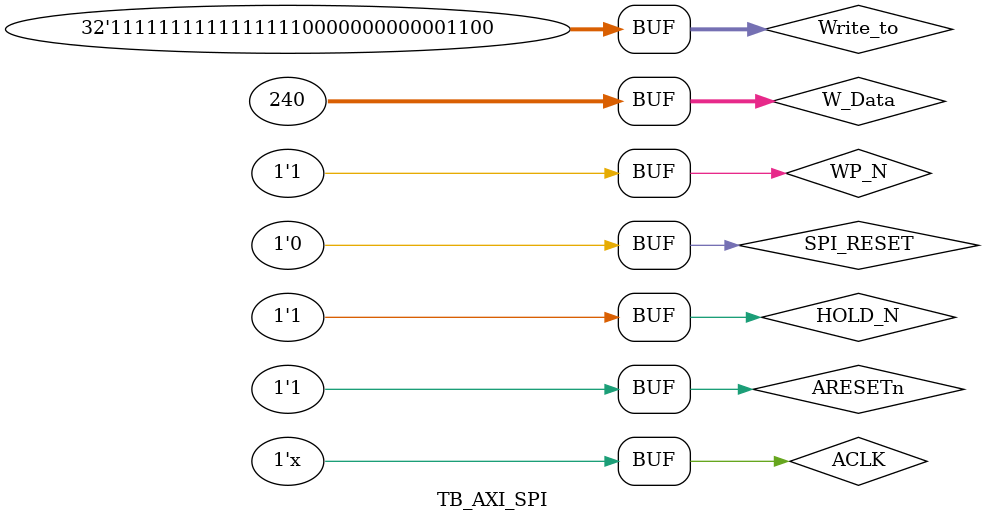
<source format=v>
`timescale 1ns / 1ps


module TB_AXI_SPI;

	// Inputs
	reg ACLK;
	reg ARESETn;
	wire AWVALID;
	wire [31:0] AWADDR;
	//wire [2:0] AWPROT;
	wire WVALID;
	wire [31:0] WDATA;
	//wire [3:0] WSTRB;
	//wire BREADY;
	wire ARVALID;
	wire [31:0] ARADDR;
	//wire [2:0] ARPROT;
	wire RREADY;
	reg SPI_MISO;	

	// Outputs
	wire AWREADY;
	wire WREADY;
	//wire BVALID;
	//wire [1:0] BRESP;
	wire ARREADY;
	wire RVALID;
	wire [31:0] RDATA;
	//wire [1:0] RRESP;
	wire SPI_MOSI;
	wire SPI_SCK;

	// Writer Inputs 
	reg [31:0] Write_to;
	reg [31:0] W_Data;
	//reg [3:0] Strobe;
	//reg [2:0] W_Prot;
	reg W_Start;
	wire Writer_Run;
	
	// Reader Inputs
	reg [31:0] Read_from;
	reg [31:0] R_Data;
	//reg [2:0] R_Prot;
	reg R_Start;
	wire Reader_Run;	
	
	//EEPROM Inputs
	wire CS_N;
	reg WP_N;
	reg HOLD_N;
	reg SPI_RESET;
	reg SCK_Test;			// These 3 signals are for testing the EEPROM without using the AXI-SPI peripheral
	wire MOSI_Test;
	wire MISO_Test;
	
	//SPI_Writer Inputs
	reg [7:0] Data;
	reg SPI_Writer_Start;
	reg SPI_Writer_RST;
	wire SPI_Writer_Running;
	reg After_W_CSN;
	

	// Instantiate the Unit Under Test (UUT)
	AXI_SPI_top uut (
		.ACLK(ACLK), 
		.ARESETn(ARESETn), 
		.AWVALID(AWVALID), 
		.AWREADY(AWREADY), 
		.AWADDR(AWADDR), 
		//.AWPROT(AWPROT), 
		.WVALID(WVALID), 
		.WREADY(WREADY), 
		.WDATA(WDATA), 
		//.WSTRB(WSTRB), 
		//.BVALID(BVALID), 
		//.BREADY(BREADY), 
		//.BRESP(BRESP), 
		.ARVALID(ARVALID), 
		.ARREADY(ARREADY), 
		.ARADDR(ARADDR), 
		//.ARPROT(ARPROT), 
		.RVALID(RVALID), 
		.RREADY(RREADY), 
		.RDATA(RDATA), 
		//.RRESP(RRESP), 
		.SPI_MOSI(SPI_MOSI), 
		.SPI_MISO(SPI_MISO), 
		.SPI_SCK(SPI_SCK),
		.SPI_CS(CS_N)
	);
	
	// Instantiate the AXI-Lite Reader 
	AXI_Lite_Reader Reader (
		.ACLK(ACLK), 
		.ARESETn(ARESETn), 
		.ARVALID(ARVALID), 
		.ARREADY(ARREADY), 
		.ARADDR(ARADDR), 
		//.ARPROT(ARPROT), 
		.RDATA(RDATA), 
		.RVALID(RVALID), 
		.RREADY(RREADY), 
		//.RRESP(RRESP), 
		.Read_from(Read_from),
		.R_Data(R_Data),
		//.R_Prot(R_Prot),
		.R_Start(R_Start),
		.Reader_Run(Reader_Run)
	);

	// Instantiate the AXI-Lite Writer
	AXI_Lite_Writer Writer (
		.ACLK(ACLK), 
		.ARESETn(ARESETn), 
		.AWVALID(AWVALID), 
		.AWREADY(AWREADY), 
		.AWADDR(AWADDR), 
		//.AWPROT(AWPROT), 
		.WVALID(WVALID), 
		.WREADY(WREADY), 
		.WDATA(WDATA), 
		//.WSTRB(WSTRB), 
		//.BVALID(BVALID), 
		//.BREADY(BREADY), 
		//.BRESP(BRESP), 
		.Write_to(Write_to),
		.W_Data(W_Data),
		//.Strobe(Strobe),
		//.W_Prot(W_Prot),
		.W_Start(W_Start),
		.Writer_Run(Writer_Run)
	);	
	
	//	Instantiate the SPI EEPROM
	M25AA160C EEPROM (
		.SI(SPI_MOSI),		// Change MOSI_Test to SPI_MOSI to run test on UUT
		.SCK(SPI_SCK),		// Change SCK_Test to SPI_SCK to run test on UUT
		.SO(SPI_MISO),		// Change MISO_Test to SPI_MISO to run test on UUT
		.CS_N(CS_N),
		.WP_N(WP_N),
		.HOLD_N(HOLD_N),
		.RESET(SPI_RESET)
	);
	
	// Instantiate the SPI Writer
	SPI_Writer SPI_W (
		.SCK(SCK_Test),
		.RST(SPI_Writer_RST),
		.MOSI(MOSI_Test),
		.CS_N(CS_N),
		.DATA(Data),
		.Start(SPI_Writer_Start),
		.Running(SPI_Writer_Running),
		.After_W_CSN(After_W_CSN)
	);

	// Initialize ACKL and ARESETn	
	initial begin
		ACLK = 0;
		ARESETn = 1;
		#17 ARESETn <= 0;
		#30 ARESETn <= 1;
	end

	always	#5 ACLK <= ~ACLK;
	
	/**************************** Simple write to module **********************************/
	/* Writes 'W_Data' to the address given in 'Write_to' as a Master on the AXI-Lite bus.*/
	/**************************************************************************************/
	/* Remove this line to run the write example
	
	initial begin
		#37	Write_to		<= 32'h00000000;	//32 bit Write Address
				W_Data		<= 32'h00000000;	//32 bit Data
				//Strobe		<= 4'b1111;			//Valid Bytes in Data (e.g. 1111: the whole 32bits are valid, 0011: The last 2 Bytes (16 bits) are valid)
				//W_Prot		<= 3'b000;			//Data[0]/Instr[1], Secure[0]/Non-Secure[1], Normal access[0]/Privileged[1]
				W_Start		<= 1;					//Send Data
	end
	always @(posedge ACLK) if(Writer_Run == 1) W_Start <= 0; 
	
	
	/**************************** Simple read from module ***********************************/
	/*          Reads 32 bits data (R_Data) from the address given in 'Read_from'           */
	/*								as a Master on the AXI-Lite bus.											 */
	/****************************************************************************************/
	/* Remove this line to run the read example
	initial begin
		#37	Read_from	<= 32'h00000000;	//32 bit Read Address
				//R_Prot		<= 3'b000;			//Data[0]/Instr[1], Secure[0]/Non-Secure[1], Normal access[0]/Privileged[1]
				R_Start		<= 1;					//Send Data
	end
	always @(posedge ACLK) if(Reader_Run == 1) R_Start <= 0; 

	
	/*************************** EEPROM Test ************************************************/
	/*			Writes a single data to the memory and then reads it.									 */
	/****************************************************************************************/
	/* Remove this line to test the EEPROM without the AXI-SPI IP
	initial begin 
			WP_N 					<= 0;
			HOLD_N				<= 0;
			SPI_RESET			<= 0;
			SCK_Test				<= 0;
			SPI_Writer_RST 	<= 0;
		#170 
			SPI_RESET			<= 1;
			SPI_Writer_RST 	<= 1;			
		#400
			SPI_RESET			<= 0;			
			SPI_Writer_RST 	<= 0;			
	end
	
	always #100 SCK_Test <= ~SCK_Test; //5 MHz SPI Clock

	initial begin
		#650
			Data					<= 8'b00000110; //WREN
			SPI_Writer_Start	<= 1;
			After_W_CSN			<= 1;
			HOLD_N				<= 1;
			WP_N 					<= 1;
	end
	
	always @ (negedge SCK_Test) begin
		if(SPI_Writer_Running) SPI_Writer_Start<=0;
	end
	
	initial begin
		#3050
			Data					<= 8'b00000010; //WRITE
			SPI_Writer_Start	<= 1;
			After_W_CSN			<= 0;
	end
	//5000ns-nél adta le a write utasítás utolsó bitjét
	initial begin
		#4350
			Data					<= 8'b00000000; //ADDRESS 1. byte
			After_W_CSN			<= 0;
	end
	//6600-nál fejezi be
	initial begin
		#6350
			After_W_CSN			<= 0;
			Data					<= 8'b11110000; //ADDRESS 2. byte
		#300
			After_W_CSN			<= 0;
	end	
	//8200-ig tart a címek beírása
	//2 byte-ot írunk: 10101010 és 11110000 lesznek
	initial begin
		#8150
			Data					<=8'b10101010;
		#1500
			Data					<=8'b11110000;
		#300
			After_W_CSN			<= 1;
	end
	//12000ns-re bõven végez az írással
	
	//Kiolvasás
	initial begin
		#5000000 //Beírási idõ
		#60000
			Data					<= 8'b00000011;//READ instruction
			SPI_Writer_Start	<= 1;
			After_W_CSN			<= 0;
			WP_N					<= 0;
		#1500
			Data					<= 8'b00000000;//1. address byte
		#1600
			Data					<= 8'b11110000; //ADDRESS 2. byte
		#1600
			Data					<= 8'b00000000;
		#3000	
			After_W_CSN			<= 1;
	end
	/**/
	
	/*************************** UUT Test *****************************************/
	/*			Configures the AXI-Lite - SPI Peripheral										*/
	/*			Writes a byte to the memory (Address=, Data=)								*/
	/*			Then reads it.																			*/
	/******************************************************************************/
	// Remove the * to test the UUT
	localparam
		SPI_ADDRESS_LOW		= 8'b11110000,
		SPI_ADDRESS_HIGH		= 8'b00000000,
		BASE_ADDRESS  			= 32'hFFFF0000,
		OFFSET_COMMAND_REG	= 4'b1000,
		OFFSET_STATUS_REG		= 4'b0100,
		OFFSET_TX_FIFO 		= 4'b1100,
		OFFSET_RX_FIFO 		= 4'b0000,
		CMD_REG					= 32'b00110000000000000000000000000000, //CPOL=0 CPHA=0 DIV1_DIV2=11 -> SPI_SCK=ACLK/16
		SPI_CMD_READ  			= 8'b0000_0011, // Read data from memory array beginning at selected address
		SPI_CMD_WRITE 			= 8'b0000_0010, // Write data to memory array beginning at selected address
		SPI_CMD_WRDI  			= 8'b0000_0100, // Reset the write enable latch (disable write operations)
		SPI_CMD_WREN  			= 8'b0000_0110, // Set the write enable latch (enable write operations)
		SPI_CMD_RDSR  			= 8'b0000_0101, // Read STATUS register
		SPI_CMD_WRSR  			= 8'b0000_0001; // Write STATUS register
	
	//Configure the command register	
	initial begin
		#37	Write_to		<= BASE_ADDRESS+OFFSET_COMMAND_REG;	
				W_Data		<= CMD_REG;	
		#10	W_Start		<= 1;					//Send Data
	end
	always @(posedge ACLK) if(Writer_Run == 1) W_Start <= 0; 
	/*//Write to the tx_fifo: WREN
	initial begin
		#207	Write_to		<= BASE_ADDRESS+OFFSET_TX_FIFO;	
				W_Data		<= 32'h00000000+SPI_CMD_WREN;	//write enable
		#10	W_Start		<= 1;					
	end	
	
	//Read status register
	initial begin
		#607	Read_from	<= BASE_ADDRESS+OFFSET_STATUS_REG;	
		#10	R_Start		<= 1;					
	end
	always @(posedge ACLK) if(Reader_Run == 1) R_Start <= 0;
	/**/
	//Write to the eeprom
	initial begin
		#1007	Write_to		<= BASE_ADDRESS+OFFSET_TX_FIFO;	
				W_Data		<= 32'h00000000+9'b110000011;	//write ctrl word
		#10	W_Start		<= 1;					
	end	
	initial begin
		#1507	Write_to		<= BASE_ADDRESS+OFFSET_TX_FIFO;	
				W_Data		<= 32'h00000000+SPI_ADDRESS_HIGH;	//addr
		#10	W_Start		<= 1;					
	end	
	initial begin
		#1907	Write_to		<= BASE_ADDRESS+OFFSET_TX_FIFO;	
				W_Data		<= 32'h00000000+SPI_ADDRESS_LOW;	//addr
		#10	W_Start		<= 1;					
	end	
	initial begin
		#2307	Write_to		<= BASE_ADDRESS+OFFSET_TX_FIFO;	
				W_Data		<= 32'h00000000+8'b10101010;	//32 bit Data
		#10	W_Start		<= 1;					
	end	
	
	//Read status register
	/*initial begin
		#1507	Read_from	<= BASE_ADDRESS+OFFSET_STATUS_REG;	
		#10	R_Start		<= 1;					
	end
	*/
	//Read instruction to eeprom
	initial begin
		#6000000
		#1007	Write_to		<= BASE_ADDRESS+OFFSET_TX_FIFO;	
				W_Data		<= 32'h00000000+SPI_CMD_READ;	//read
		#10	W_Start		<= 1;					
	end	
	initial begin
		#6000000
		#1107	Write_to		<= BASE_ADDRESS+OFFSET_TX_FIFO;	
				W_Data		<= 32'h00000000+SPI_ADDRESS_HIGH;	//addr
		#10	W_Start		<= 1;					
	end	
	initial begin
		#6000000
		#1207	Write_to		<= BASE_ADDRESS+OFFSET_TX_FIFO;	
				W_Data		<= 32'h00000000+SPI_ADDRESS_LOW;	//addr
		#10	W_Start		<= 1;					
	end	
	//Read status register
	/*initial begin
		#6000000
		#20000	Read_from	<= BASE_ADDRESS+OFFSET_STATUS_REG;	
		#10		R_Start		<= 1;					
	end*/
	//Read from the rx fifo
	/*initial begin
		#6000000
		#25000	Read_from	<= BASE_ADDRESS+OFFSET_RX_FIFO;	
		#10		R_Start		<= 1;					
	end	*/
	//Init SPI
	initial begin 
			WP_N 					<= 0;
			HOLD_N				<= 0;
			SPI_RESET			<= 0;
		#170 
			SPI_RESET			<= 1;
		#400
			SPI_RESET			<= 0;		
			HOLD_N				<= 1;
			WP_N 					<= 1;			
	end
	/**/
endmodule


</source>
